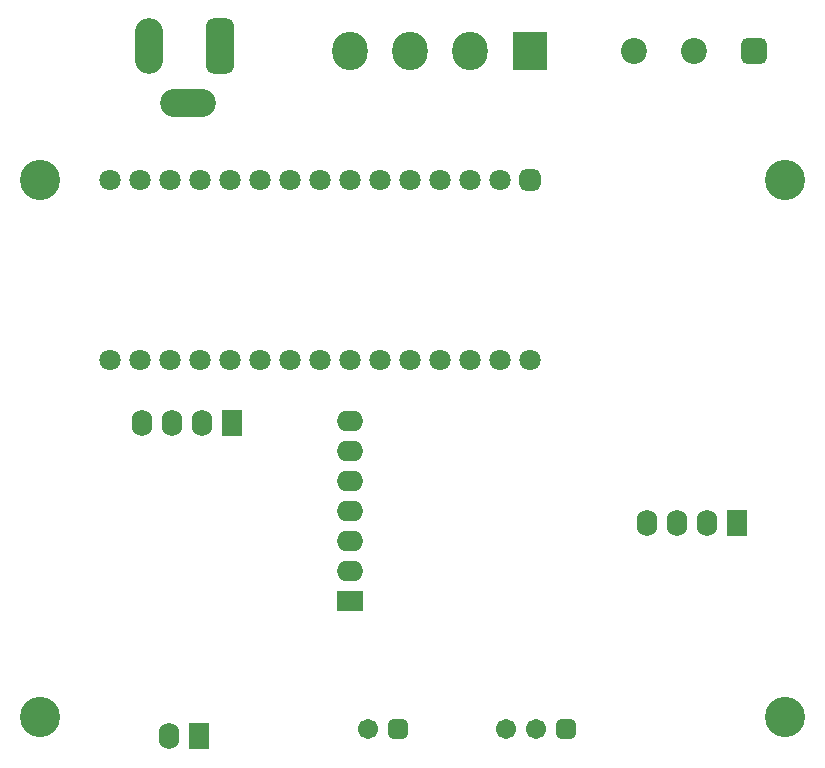
<source format=gbs>
G04*
G04 #@! TF.GenerationSoftware,Altium Limited,Altium Designer,21.3.2 (30)*
G04*
G04 Layer_Color=16711935*
%FSTAX24Y24*%
%MOIN*%
G70*
G04*
G04 #@! TF.SameCoordinates,655743E2-E340-4FCB-8EBE-1CC431C952CD*
G04*
G04*
G04 #@! TF.FilePolarity,Negative*
G04*
G01*
G75*
%ADD19C,0.0710*%
G04:AMPARAMS|DCode=20|XSize=67.1mil|YSize=67.1mil|CornerRadius=18.8mil|HoleSize=0mil|Usage=FLASHONLY|Rotation=180.000|XOffset=0mil|YOffset=0mil|HoleType=Round|Shape=RoundedRectangle|*
%AMROUNDEDRECTD20*
21,1,0.0671,0.0295,0,0,180.0*
21,1,0.0295,0.0671,0,0,180.0*
1,1,0.0375,-0.0148,0.0148*
1,1,0.0375,0.0148,0.0148*
1,1,0.0375,0.0148,-0.0148*
1,1,0.0375,-0.0148,-0.0148*
%
%ADD20ROUNDEDRECTD20*%
%ADD21C,0.0866*%
G04:AMPARAMS|DCode=22|XSize=86.6mil|YSize=86.6mil|CornerRadius=21.7mil|HoleSize=0mil|Usage=FLASHONLY|Rotation=180.000|XOffset=0mil|YOffset=0mil|HoleType=Round|Shape=RoundedRectangle|*
%AMROUNDEDRECTD22*
21,1,0.0866,0.0433,0,0,180.0*
21,1,0.0433,0.0866,0,0,180.0*
1,1,0.0433,-0.0217,0.0217*
1,1,0.0433,0.0217,0.0217*
1,1,0.0433,0.0217,-0.0217*
1,1,0.0433,-0.0217,-0.0217*
%
%ADD22ROUNDEDRECTD22*%
%ADD23C,0.1340*%
%ADD24C,0.0671*%
G04:AMPARAMS|DCode=25|XSize=71mil|YSize=71mil|CornerRadius=19.7mil|HoleSize=0mil|Usage=FLASHONLY|Rotation=270.000|XOffset=0mil|YOffset=0mil|HoleType=Round|Shape=RoundedRectangle|*
%AMROUNDEDRECTD25*
21,1,0.0710,0.0315,0,0,270.0*
21,1,0.0315,0.0710,0,0,270.0*
1,1,0.0395,-0.0157,-0.0157*
1,1,0.0395,-0.0157,0.0157*
1,1,0.0395,0.0157,0.0157*
1,1,0.0395,0.0157,-0.0157*
%
%ADD25ROUNDEDRECTD25*%
%ADD27O,0.1180X0.1280*%
%ADD28R,0.1180X0.1280*%
%ADD29O,0.0946X0.1852*%
%ADD30O,0.1852X0.0946*%
G04:AMPARAMS|DCode=31|XSize=94.6mil|YSize=185.2mil|CornerRadius=25.7mil|HoleSize=0mil|Usage=FLASHONLY|Rotation=0.000|XOffset=0mil|YOffset=0mil|HoleType=Round|Shape=RoundedRectangle|*
%AMROUNDEDRECTD31*
21,1,0.0946,0.1339,0,0,0.0*
21,1,0.0433,0.1852,0,0,0.0*
1,1,0.0513,0.0217,-0.0669*
1,1,0.0513,-0.0217,-0.0669*
1,1,0.0513,-0.0217,0.0669*
1,1,0.0513,0.0217,0.0669*
%
%ADD31ROUNDEDRECTD31*%
%ADD50O,0.0880X0.0680*%
%ADD51R,0.0680X0.0880*%
%ADD52O,0.0680X0.0880*%
%ADD53R,0.0880X0.0680*%
D19*
X03835Y02815D02*
D03*
X03935D02*
D03*
X03735D02*
D03*
X03635D02*
D03*
X03535D02*
D03*
X03435D02*
D03*
X03335D02*
D03*
X03235D02*
D03*
X03135D02*
D03*
X03035D02*
D03*
X02935D02*
D03*
X02835D02*
D03*
X02735D02*
D03*
Y03415D02*
D03*
X02835D02*
D03*
X02935D02*
D03*
X03035D02*
D03*
X03135D02*
D03*
X03235D02*
D03*
X03335D02*
D03*
X03435D02*
D03*
X03535D02*
D03*
X03635D02*
D03*
X03735D02*
D03*
X03835D02*
D03*
X03935D02*
D03*
X04035D02*
D03*
Y02815D02*
D03*
X04135D02*
D03*
D20*
X04255Y015856D02*
D03*
X03695Y01585D02*
D03*
D21*
X0468Y03845D02*
D03*
X0448D02*
D03*
D22*
X0488D02*
D03*
D23*
X04985Y03415D02*
D03*
X025D02*
D03*
Y01625D02*
D03*
X04985D02*
D03*
D24*
X04155Y015856D02*
D03*
X04055D02*
D03*
X03595Y01585D02*
D03*
D25*
X04135Y03415D02*
D03*
D27*
X03935Y03845D02*
D03*
X037349Y038449D02*
D03*
X035346Y038446D02*
D03*
D28*
X04135Y03845D02*
D03*
D29*
X02865Y0386D02*
D03*
D30*
X02993Y03673D02*
D03*
D31*
X031012Y0386D02*
D03*
D50*
X03535Y0211D02*
D03*
Y0221D02*
D03*
Y0231D02*
D03*
Y0241D02*
D03*
Y0251D02*
D03*
Y0261D02*
D03*
D51*
X0314Y02605D02*
D03*
X04823Y0227D02*
D03*
X0303Y0156D02*
D03*
D52*
X04723Y0227D02*
D03*
X04623D02*
D03*
X04523D02*
D03*
X0293Y0156D02*
D03*
X0304Y02605D02*
D03*
X0294D02*
D03*
X0284D02*
D03*
D53*
X03535Y0201D02*
D03*
M02*

</source>
